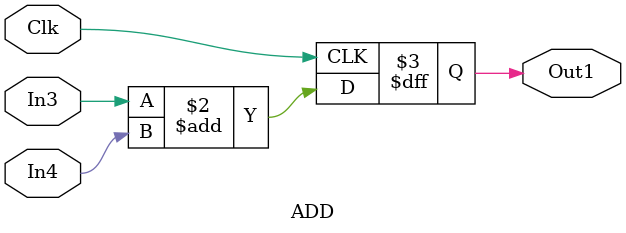
<source format=v>
module ADD (Out1, In3, In4, Clk);

input wire Clk, In3, In4;
output reg Out1;

always @(posedge Clk)
Out1 = In3 + In4;
endmodule

</source>
